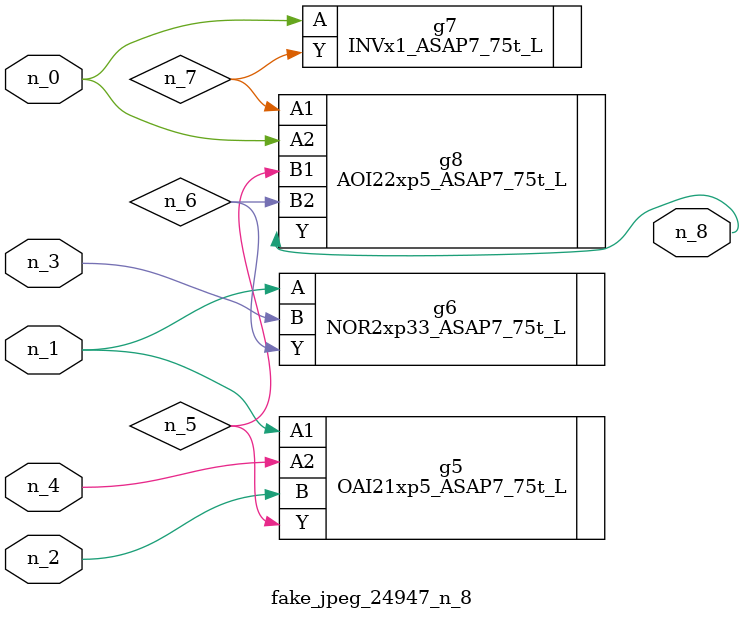
<source format=v>
module fake_jpeg_24947_n_8 (n_3, n_2, n_1, n_0, n_4, n_8);

input n_3;
input n_2;
input n_1;
input n_0;
input n_4;

output n_8;

wire n_6;
wire n_5;
wire n_7;

OAI21xp5_ASAP7_75t_L g5 ( 
.A1(n_1),
.A2(n_4),
.B(n_2),
.Y(n_5)
);

NOR2xp33_ASAP7_75t_L g6 ( 
.A(n_1),
.B(n_3),
.Y(n_6)
);

INVx1_ASAP7_75t_L g7 ( 
.A(n_0),
.Y(n_7)
);

AOI22xp5_ASAP7_75t_L g8 ( 
.A1(n_7),
.A2(n_0),
.B1(n_5),
.B2(n_6),
.Y(n_8)
);


endmodule
</source>
